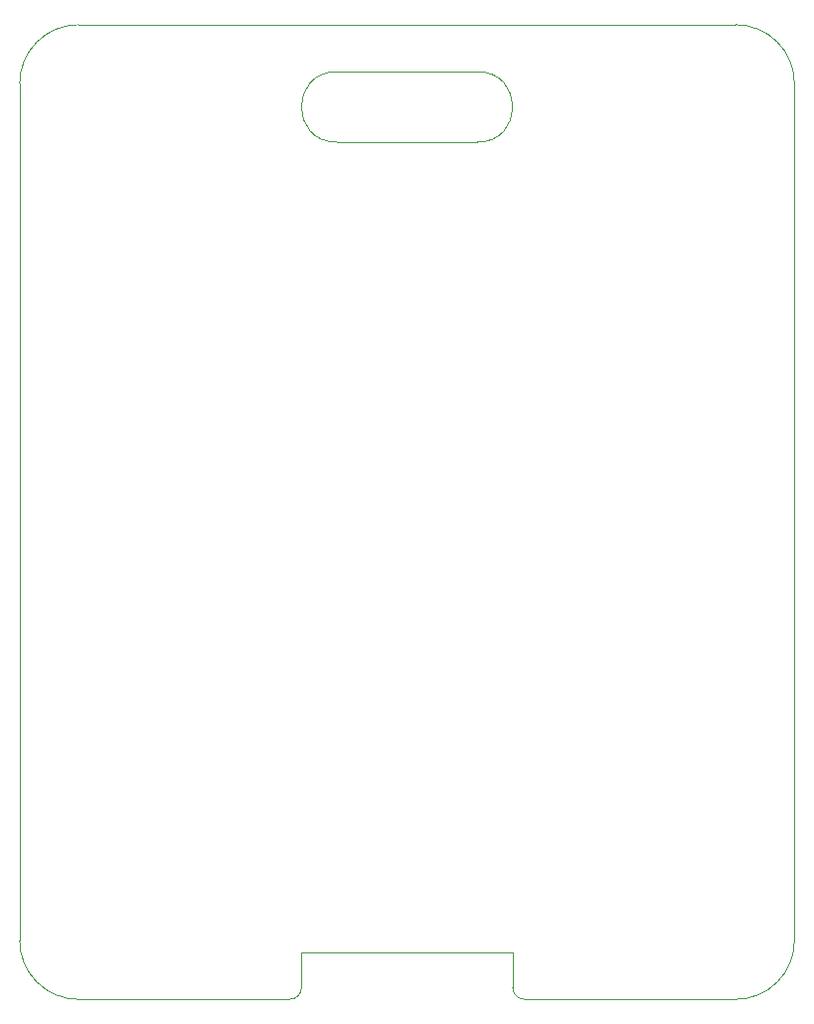
<source format=gbr>
%TF.GenerationSoftware,KiCad,Pcbnew,(5.1.7)-1*%
%TF.CreationDate,2020-10-27T19:53:13+01:00*%
%TF.ProjectId,Spytag,53707974-6167-42e6-9b69-6361645f7063,rev?*%
%TF.SameCoordinates,Original*%
%TF.FileFunction,Profile,NP*%
%FSLAX46Y46*%
G04 Gerber Fmt 4.6, Leading zero omitted, Abs format (unit mm)*
G04 Created by KiCad (PCBNEW (5.1.7)-1) date 2020-10-27 19:53:13*
%MOMM*%
%LPD*%
G01*
G04 APERTURE LIST*
%TA.AperFunction,Profile*%
%ADD10C,0.050000*%
%TD*%
G04 APERTURE END LIST*
D10*
X135000000Y-70000000D02*
G75*
G02*
X135000000Y-76000000I0J-3000000D01*
G01*
X123000000Y-76000000D02*
G75*
G02*
X123000000Y-70000000I0J3000000D01*
G01*
X120000000Y-148000000D02*
G75*
G02*
X119000000Y-149000000I-1000000J0D01*
G01*
X139000000Y-149000000D02*
G75*
G02*
X138000000Y-148000000I0J1000000D01*
G01*
X123000000Y-76000000D02*
X135000000Y-76000000D01*
X135000000Y-70000000D02*
X123000000Y-70000000D01*
X101000000Y-149000000D02*
G75*
G02*
X96000000Y-144000000I0J5000000D01*
G01*
X162000000Y-144000000D02*
G75*
G02*
X157000000Y-149000000I-5000000J0D01*
G01*
X157000000Y-66000000D02*
G75*
G02*
X162000000Y-71000000I0J-5000000D01*
G01*
X96000000Y-71000000D02*
G75*
G02*
X101000000Y-66000000I5000000J0D01*
G01*
X119000000Y-149000000D02*
X101000000Y-149000000D01*
X120000000Y-145000000D02*
X120000000Y-148000000D01*
X138000000Y-145000000D02*
X120000000Y-145000000D01*
X138000000Y-148000000D02*
X138000000Y-145000000D01*
X157000000Y-149000000D02*
X139000000Y-149000000D01*
X96000000Y-144000000D02*
X96000000Y-71000000D01*
X162000000Y-71000000D02*
X162000000Y-144000000D01*
X101000000Y-66000000D02*
X157000000Y-66000000D01*
M02*

</source>
